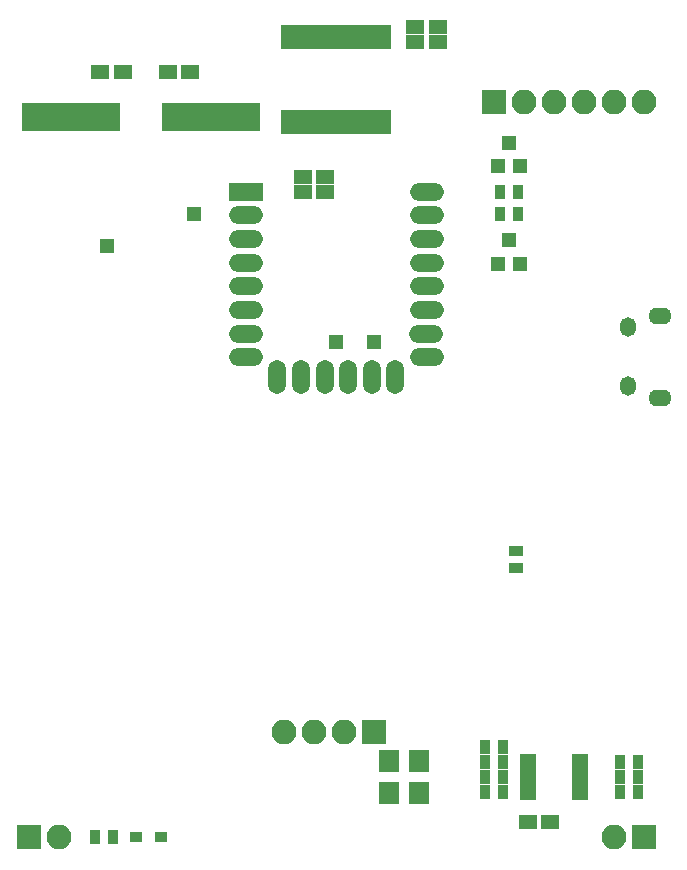
<source format=gbs>
G04 #@! TF.FileFunction,Soldermask,Bot*
%FSLAX46Y46*%
G04 Gerber Fmt 4.6, Leading zero omitted, Abs format (unit mm)*
G04 Created by KiCad (PCBNEW 4.0.6) date 01/13/18 12:32:36*
%MOMM*%
%LPD*%
G01*
G04 APERTURE LIST*
%ADD10C,0.100000*%
%ADD11R,8.275000X2.400000*%
%ADD12R,1.600000X1.150000*%
%ADD13R,1.700000X1.900000*%
%ADD14R,2.100000X2.100000*%
%ADD15O,2.100000X2.100000*%
%ADD16O,1.350000X1.650000*%
%ADD17O,1.950000X1.400000*%
%ADD18R,1.200000X1.300000*%
%ADD19R,1.300000X0.900000*%
%ADD20R,0.900000X1.300000*%
%ADD21R,1.000000X0.850000*%
%ADD22R,1.250000X1.250000*%
%ADD23R,0.850000X2.150000*%
%ADD24R,2.900000X1.500000*%
%ADD25O,2.900000X1.500000*%
%ADD26O,1.500000X2.900000*%
%ADD27R,1.400000X1.100000*%
G04 APERTURE END LIST*
D10*
D11*
X37877500Y-40640000D03*
X49752500Y-40640000D03*
D12*
X40325000Y-36830000D03*
X42225000Y-36830000D03*
X47940000Y-36830000D03*
X46040000Y-36830000D03*
X59370000Y-46990000D03*
X57470000Y-46990000D03*
X59370000Y-45720000D03*
X57470000Y-45720000D03*
X66995000Y-33020000D03*
X68895000Y-33020000D03*
X66995000Y-34290000D03*
X68895000Y-34290000D03*
X76520000Y-100330000D03*
X78420000Y-100330000D03*
D13*
X67310000Y-97870000D03*
X67310000Y-95170000D03*
X64770000Y-97870000D03*
X64770000Y-95170000D03*
D14*
X63500000Y-92710000D03*
D15*
X60960000Y-92710000D03*
X58420000Y-92710000D03*
X55880000Y-92710000D03*
D14*
X73660000Y-39370000D03*
D15*
X76200000Y-39370000D03*
X78740000Y-39370000D03*
X81280000Y-39370000D03*
X83820000Y-39370000D03*
X86360000Y-39370000D03*
D14*
X34290000Y-101600000D03*
D15*
X36830000Y-101600000D03*
D14*
X86360000Y-101600000D03*
D15*
X83820000Y-101600000D03*
D16*
X85010000Y-63460000D03*
X85010000Y-58460000D03*
D17*
X87710000Y-64460000D03*
X87710000Y-57460000D03*
D18*
X75880000Y-44815000D03*
X73980000Y-44815000D03*
X74930000Y-42815000D03*
X75880000Y-53070000D03*
X73980000Y-53070000D03*
X74930000Y-51070000D03*
D19*
X75565000Y-78855000D03*
X75565000Y-77355000D03*
D20*
X75680000Y-46990000D03*
X74180000Y-46990000D03*
X75680000Y-48895000D03*
X74180000Y-48895000D03*
X84340000Y-95250000D03*
X85840000Y-95250000D03*
X84340000Y-96520000D03*
X85840000Y-96520000D03*
X72910000Y-93980000D03*
X74410000Y-93980000D03*
X72910000Y-95250000D03*
X74410000Y-95250000D03*
X72910000Y-96520000D03*
X74410000Y-96520000D03*
X72910000Y-97790000D03*
X74410000Y-97790000D03*
X41390000Y-101600000D03*
X39890000Y-101600000D03*
X84340000Y-97790000D03*
X85840000Y-97790000D03*
D21*
X45500000Y-101600000D03*
X43400000Y-101600000D03*
D22*
X63500000Y-59690000D03*
X48260000Y-48895000D03*
X60325000Y-59690000D03*
X40894000Y-51562000D03*
D23*
X64550000Y-41065000D03*
X63900000Y-41065000D03*
X63250000Y-41065000D03*
X62600000Y-41065000D03*
X61950000Y-41065000D03*
X61300000Y-41065000D03*
X60650000Y-41065000D03*
X60000000Y-41065000D03*
X59350000Y-41065000D03*
X58700000Y-41065000D03*
X58050000Y-41065000D03*
X57400000Y-41065000D03*
X56750000Y-41065000D03*
X56100000Y-41065000D03*
X56100000Y-33865000D03*
X56750000Y-33865000D03*
X57400000Y-33865000D03*
X58050000Y-33865000D03*
X58700000Y-33865000D03*
X59350000Y-33865000D03*
X60000000Y-33865000D03*
X60650000Y-33865000D03*
X61300000Y-33865000D03*
X61950000Y-33865000D03*
X62600000Y-33865000D03*
X63250000Y-33865000D03*
X63900000Y-33865000D03*
X64550000Y-33865000D03*
D24*
X52640000Y-46990000D03*
D25*
X52640000Y-48990000D03*
X52640000Y-50990000D03*
X52640000Y-52990000D03*
X52640000Y-54990000D03*
X52640000Y-56990000D03*
X52640000Y-58990000D03*
X52640000Y-60990000D03*
X68040000Y-60990000D03*
X67940000Y-58990000D03*
X68040000Y-56990000D03*
X68040000Y-54990000D03*
X68040000Y-52990000D03*
X68040000Y-50990000D03*
X68040000Y-48990000D03*
X68040000Y-46990000D03*
D26*
X55330000Y-62690000D03*
X57330000Y-62690000D03*
X59330000Y-62690000D03*
X61330000Y-62690000D03*
X63330000Y-62690000D03*
X65330000Y-62690000D03*
D27*
X76540000Y-95093000D03*
X76540000Y-96045000D03*
X76540000Y-96995000D03*
X76540000Y-97947000D03*
X80940000Y-97947000D03*
X80940000Y-96995000D03*
X80940000Y-96045000D03*
X80940000Y-95093000D03*
M02*

</source>
